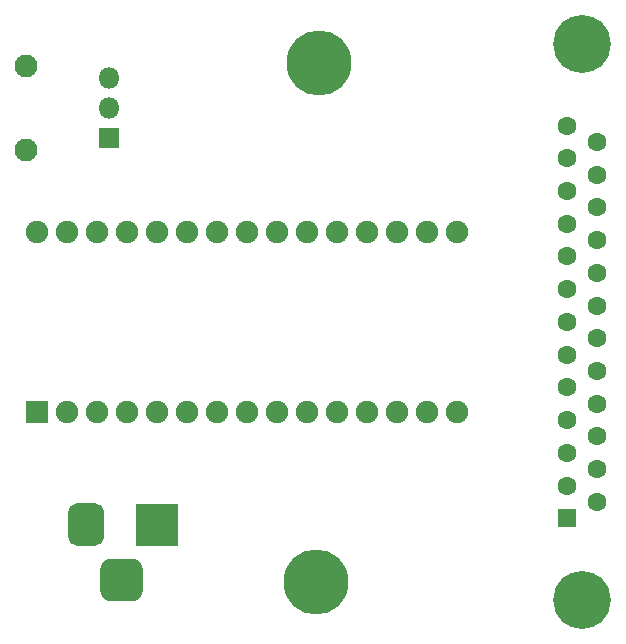
<source format=gbr>
%TF.GenerationSoftware,KiCad,Pcbnew,(5.1.6)-1*%
%TF.CreationDate,2022-10-27T10:48:03-04:00*%
%TF.ProjectId,plipbox-wiretap,706c6970-626f-4782-9d77-697265746170,rev?*%
%TF.SameCoordinates,Original*%
%TF.FileFunction,Soldermask,Bot*%
%TF.FilePolarity,Negative*%
%FSLAX46Y46*%
G04 Gerber Fmt 4.6, Leading zero omitted, Abs format (unit mm)*
G04 Created by KiCad (PCBNEW (5.1.6)-1) date 2022-10-27 10:48:03*
%MOMM*%
%LPD*%
G01*
G04 APERTURE LIST*
%ADD10C,5.500000*%
%ADD11C,0.900000*%
%ADD12R,1.600000X1.600000*%
%ADD13C,1.600000*%
%ADD14C,4.900000*%
%ADD15R,1.800000X1.800000*%
%ADD16O,1.800000X1.800000*%
%ADD17R,3.600000X3.600000*%
%ADD18C,1.900000*%
%ADD19R,1.900000X1.900000*%
%ADD20C,1.950000*%
G04 APERTURE END LIST*
D10*
%TO.C,REF\u002A\u002A*%
X176022000Y-101092000D03*
D11*
X178047000Y-101092000D03*
X177453891Y-102523891D03*
X176022000Y-103117000D03*
X174590109Y-102523891D03*
X173997000Y-101092000D03*
X174590109Y-99660109D03*
X176022000Y-99067000D03*
X177453891Y-99660109D03*
%TD*%
%TO.C,REF\u002A\u002A*%
X177707891Y-55718109D03*
X176276000Y-55125000D03*
X174844109Y-55718109D03*
X174251000Y-57150000D03*
X174844109Y-58581891D03*
X176276000Y-59175000D03*
X177707891Y-58581891D03*
X178301000Y-57150000D03*
D10*
X176276000Y-57150000D03*
%TD*%
D12*
%TO.C,J0*%
X197281800Y-95681800D03*
D13*
X197281800Y-92911800D03*
X197281800Y-90141800D03*
X197281800Y-87371800D03*
X197281800Y-84601800D03*
X197281800Y-81831800D03*
X197281800Y-79061800D03*
X197281800Y-76291800D03*
X197281800Y-73521800D03*
X197281800Y-70751800D03*
X197281800Y-67981800D03*
X197281800Y-65211800D03*
X197281800Y-62441800D03*
X199821800Y-94296800D03*
X199821800Y-91526800D03*
X199821800Y-88756800D03*
X199821800Y-85986800D03*
X199821800Y-83216800D03*
X199821800Y-80446800D03*
X199821800Y-77676800D03*
X199821800Y-74906800D03*
X199821800Y-72136800D03*
X199821800Y-69366800D03*
X199821800Y-66596800D03*
X199821800Y-63826800D03*
D14*
X198551800Y-102581800D03*
X198551800Y-55541800D03*
%TD*%
D15*
%TO.C,J1*%
X158496000Y-63500000D03*
D16*
X158496000Y-60960000D03*
X158496000Y-58420000D03*
%TD*%
D17*
%TO.C,J3*%
X162560000Y-96215200D03*
G36*
G01*
X155010000Y-97240200D02*
X155010000Y-95190200D01*
G75*
G02*
X155785000Y-94415200I775000J0D01*
G01*
X157335000Y-94415200D01*
G75*
G02*
X158110000Y-95190200I0J-775000D01*
G01*
X158110000Y-97240200D01*
G75*
G02*
X157335000Y-98015200I-775000J0D01*
G01*
X155785000Y-98015200D01*
G75*
G02*
X155010000Y-97240200I0J775000D01*
G01*
G37*
G36*
G01*
X157760000Y-101815200D02*
X157760000Y-100015200D01*
G75*
G02*
X158660000Y-99115200I900000J0D01*
G01*
X160460000Y-99115200D01*
G75*
G02*
X161360000Y-100015200I0J-900000D01*
G01*
X161360000Y-101815200D01*
G75*
G02*
X160460000Y-102715200I-900000J0D01*
G01*
X158660000Y-102715200D01*
G75*
G02*
X157760000Y-101815200I0J900000D01*
G01*
G37*
%TD*%
D18*
%TO.C,TB1*%
X152374600Y-71424800D03*
X154914600Y-71424800D03*
X157454600Y-71424800D03*
X159994600Y-71424800D03*
X162534600Y-71424800D03*
X165074600Y-71424800D03*
X167614600Y-71424800D03*
X170154600Y-71424800D03*
X172694600Y-71424800D03*
X175234600Y-71424800D03*
X177774600Y-71424800D03*
X180314600Y-71424800D03*
X182854600Y-71424800D03*
X185394600Y-71424800D03*
X187934600Y-71424800D03*
X187934600Y-86664800D03*
X185394600Y-86664800D03*
X182854600Y-86664800D03*
X180314600Y-86664800D03*
X177774600Y-86664800D03*
X175234600Y-86664800D03*
X172694600Y-86664800D03*
X170154600Y-86664800D03*
X167614600Y-86664800D03*
X165074600Y-86664800D03*
X162534600Y-86664800D03*
X159994600Y-86664800D03*
X157454600Y-86664800D03*
X154914600Y-86664800D03*
D19*
X152374600Y-86664800D03*
%TD*%
D20*
%TO.C,J2*%
X151511000Y-57385000D03*
X151511000Y-64535000D03*
%TD*%
M02*

</source>
